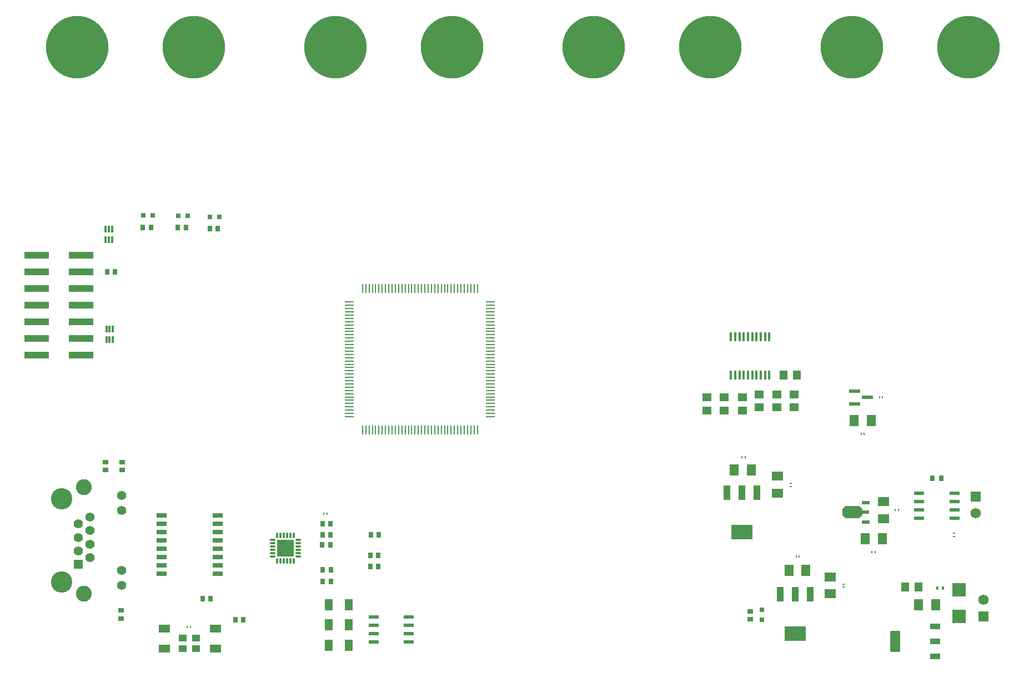
<source format=gbr>
%TF.GenerationSoftware,Altium Limited,Altium Designer,24.1.2 (44)*%
G04 Layer_Color=255*
%FSLAX45Y45*%
%MOMM*%
%TF.SameCoordinates,57B3B6A3-E825-4013-9261-08072AB09D51*%
%TF.FilePolarity,Positive*%
%TF.FileFunction,Pads,Top*%
%TF.Part,Single*%
G01*
G75*
%TA.AperFunction,SMDPad,CuDef*%
%ADD10R,0.30000X0.99000*%
%ADD11R,0.80000X0.90000*%
%ADD12R,3.30000X2.20000*%
%ADD13R,1.00000X2.20000*%
%ADD14R,0.25000X0.30000*%
G04:AMPARAMS|DCode=15|XSize=0.85mm|YSize=0.3mm|CornerRadius=0.15mm|HoleSize=0mm|Usage=FLASHONLY|Rotation=90.000|XOffset=0mm|YOffset=0mm|HoleType=Round|Shape=RoundedRectangle|*
%AMROUNDEDRECTD15*
21,1,0.85000,0.00000,0,0,90.0*
21,1,0.55000,0.30000,0,0,90.0*
1,1,0.30000,0.00000,0.27500*
1,1,0.30000,0.00000,-0.27500*
1,1,0.30000,0.00000,-0.27500*
1,1,0.30000,0.00000,0.27500*
%
%ADD15ROUNDEDRECTD15*%
G04:AMPARAMS|DCode=16|XSize=0.3mm|YSize=0.85mm|CornerRadius=0.15mm|HoleSize=0mm|Usage=FLASHONLY|Rotation=90.000|XOffset=0mm|YOffset=0mm|HoleType=Round|Shape=RoundedRectangle|*
%AMROUNDEDRECTD16*
21,1,0.30000,0.55000,0,0,90.0*
21,1,0.00000,0.85000,0,0,90.0*
1,1,0.30000,0.27500,0.00000*
1,1,0.30000,0.27500,0.00000*
1,1,0.30000,-0.27500,0.00000*
1,1,0.30000,-0.27500,0.00000*
%
%ADD16ROUNDEDRECTD16*%
%ADD17R,2.60000X2.60000*%
%ADD18R,0.90000X0.80000*%
%ADD19R,1.65000X0.76000*%
%ADD20R,1.25000X1.80000*%
%ADD21R,0.27940X1.35890*%
%ADD22R,1.35890X0.27940*%
%ADD23R,1.55000X0.60000*%
%ADD24R,0.45000X1.45000*%
%ADD25R,3.75000X1.00000*%
%ADD26R,0.30000X0.25000*%
%ADD27R,1.80000X1.40000*%
%ADD28R,1.40000X1.80000*%
%ADD29R,1.80000X0.60000*%
%ADD30R,0.80000X0.80000*%
G04:AMPARAMS|DCode=31|XSize=3.15mm|YSize=1.45mm|CornerRadius=0.05075mm|HoleSize=0mm|Usage=FLASHONLY|Rotation=270.000|XOffset=0mm|YOffset=0mm|HoleType=Round|Shape=RoundedRectangle|*
%AMROUNDEDRECTD31*
21,1,3.15000,1.34850,0,0,270.0*
21,1,3.04850,1.45000,0,0,270.0*
1,1,0.10150,-0.67425,-1.52425*
1,1,0.10150,-0.67425,1.52425*
1,1,0.10150,0.67425,1.52425*
1,1,0.10150,0.67425,-1.52425*
%
%ADD31ROUNDEDRECTD31*%
G04:AMPARAMS|DCode=32|XSize=0.9mm|YSize=1.45mm|CornerRadius=0.0495mm|HoleSize=0mm|Usage=FLASHONLY|Rotation=270.000|XOffset=0mm|YOffset=0mm|HoleType=Round|Shape=RoundedRectangle|*
%AMROUNDEDRECTD32*
21,1,0.90000,1.35100,0,0,270.0*
21,1,0.80100,1.45000,0,0,270.0*
1,1,0.09900,-0.67550,-0.40050*
1,1,0.09900,-0.67550,0.40050*
1,1,0.09900,0.67550,0.40050*
1,1,0.09900,0.67550,-0.40050*
%
%ADD32ROUNDEDRECTD32*%
%ADD33R,2.00000X2.00000*%
%ADD34R,1.20000X1.45000*%
%ADD35R,0.40000X0.50000*%
%ADD36R,1.45000X1.20000*%
%ADD37R,0.65872X0.81213*%
%ADD38R,1.55000X0.60000*%
%TA.AperFunction,ConnectorPad*%
%ADD39R,1.30000X1.10000*%
%TA.AperFunction,SMDPad,CuDef*%
%ADD40R,1.80000X1.25000*%
%ADD41R,0.80000X0.80000*%
G04:AMPARAMS|DCode=42|XSize=1.8mm|YSize=3mm|CornerRadius=0mm|HoleSize=0mm|Usage=FLASHONLY|Rotation=270.000|XOffset=0mm|YOffset=0mm|HoleType=Round|Shape=Octagon|*
%AMOCTAGOND42*
4,1,8,1.50000,0.45000,1.50000,-0.45000,1.05000,-0.90000,-1.05000,-0.90000,-1.50000,-0.45000,-1.50000,0.45000,-1.05000,0.90000,1.05000,0.90000,1.50000,0.45000,0.0*
%
%ADD42OCTAGOND42*%

%ADD43R,1.20000X0.50000*%
%ADD44R,1.10000X0.50000*%
%TA.AperFunction,ComponentPad*%
%ADD47C,1.57000*%
%ADD48R,1.57000X1.57000*%
%ADD49C,9.55000*%
%ADD50C,1.39000*%
%ADD51R,1.39000X1.39000*%
%ADD52C,2.42000*%
%ADD53C,3.25000*%
D10*
X4063200Y7725900D02*
D03*
X4013200D02*
D03*
X3963200D02*
D03*
Y7564900D02*
D03*
X4013200D02*
D03*
X4063200D02*
D03*
X4050500Y9249900D02*
D03*
X4000500D02*
D03*
X3950500D02*
D03*
Y9088900D02*
D03*
X4000500D02*
D03*
X4050500D02*
D03*
D11*
X5664200Y9258300D02*
D03*
X5544200D02*
D03*
X5174600Y9271000D02*
D03*
X5054600D02*
D03*
X4641200D02*
D03*
X4521200D02*
D03*
X4095100Y8597900D02*
D03*
X3975100D02*
D03*
X8115300Y4584700D02*
D03*
X7995300D02*
D03*
X8108300Y4267200D02*
D03*
X7988300D02*
D03*
X8108300Y4102100D02*
D03*
X7988300D02*
D03*
X7378700Y4749800D02*
D03*
X7258700D02*
D03*
Y4584700D02*
D03*
X7378700D02*
D03*
X7255200Y4432300D02*
D03*
X7375200D02*
D03*
X7264400Y4051300D02*
D03*
X7384400D02*
D03*
X7264400Y3873500D02*
D03*
X7384400D02*
D03*
X5930900Y3289300D02*
D03*
X6050900D02*
D03*
X5429900Y3606800D02*
D03*
X5549900D02*
D03*
D12*
X13652499Y4627600D02*
D03*
X14465300Y3078200D02*
D03*
D13*
X13422501Y5227600D02*
D03*
X13652499D02*
D03*
X13882500D02*
D03*
X14695300Y3678200D02*
D03*
X14465300D02*
D03*
X14235300D02*
D03*
D14*
X7327900Y4902200D02*
D03*
X7280400D02*
D03*
X16038451Y4965700D02*
D03*
X15990950D02*
D03*
X15684500Y4318000D02*
D03*
X15637000D02*
D03*
X15519400Y6121400D02*
D03*
X15471899D02*
D03*
X15797150Y6680200D02*
D03*
X15749651D02*
D03*
X13654150Y5765800D02*
D03*
X13701649D02*
D03*
X14479649Y4257200D02*
D03*
X14527150D02*
D03*
X5245100Y3175000D02*
D03*
X5197600D02*
D03*
D15*
X6567900Y4186500D02*
D03*
X6617900D02*
D03*
X6667900D02*
D03*
X6717900D02*
D03*
X6767900D02*
D03*
X6817900D02*
D03*
Y4576500D02*
D03*
X6767900D02*
D03*
X6717900D02*
D03*
X6667900D02*
D03*
X6617900D02*
D03*
X6567900D02*
D03*
D16*
X6887900Y4256500D02*
D03*
Y4306500D02*
D03*
Y4356500D02*
D03*
Y4406500D02*
D03*
Y4456500D02*
D03*
Y4506500D02*
D03*
X6497900D02*
D03*
Y4456500D02*
D03*
Y4406500D02*
D03*
Y4356500D02*
D03*
Y4306500D02*
D03*
Y4256500D02*
D03*
D17*
X6692900Y4381500D02*
D03*
D18*
X4203700Y5575300D02*
D03*
Y5695300D02*
D03*
X3949700Y5575300D02*
D03*
Y5695300D02*
D03*
X4191000Y3429000D02*
D03*
Y3309000D02*
D03*
X13779500Y3296300D02*
D03*
Y3416300D02*
D03*
D19*
X4806900Y4876800D02*
D03*
Y4749800D02*
D03*
Y4622800D02*
D03*
Y4495800D02*
D03*
Y4368800D02*
D03*
Y4241800D02*
D03*
Y4114800D02*
D03*
X5657900Y4876800D02*
D03*
Y4749800D02*
D03*
Y4622800D02*
D03*
Y4495800D02*
D03*
Y4368800D02*
D03*
Y4241800D02*
D03*
Y4114800D02*
D03*
X4806900Y3987800D02*
D03*
X5657900D02*
D03*
D20*
X7658100Y2895600D02*
D03*
X7353100D02*
D03*
X7658300Y3517900D02*
D03*
X7353300D02*
D03*
Y3213100D02*
D03*
X7658300D02*
D03*
D21*
X7869300Y8340090D02*
D03*
X7919300D02*
D03*
X7969300D02*
D03*
X8019300D02*
D03*
X8069300D02*
D03*
X8119300D02*
D03*
X8169300D02*
D03*
X8219300D02*
D03*
X8269300D02*
D03*
X8319300D02*
D03*
X8369300D02*
D03*
X8419300D02*
D03*
X8469300D02*
D03*
X8519300D02*
D03*
X8569300D02*
D03*
X8619300D02*
D03*
X8669300D02*
D03*
X8719300D02*
D03*
X8769300D02*
D03*
X8819300D02*
D03*
X8869300D02*
D03*
X8919300D02*
D03*
X8969300D02*
D03*
X9019300D02*
D03*
X9069300D02*
D03*
X9119300D02*
D03*
X9169300D02*
D03*
X9219300D02*
D03*
X9269300D02*
D03*
X9319300D02*
D03*
X9369300D02*
D03*
X9419300D02*
D03*
X9469300D02*
D03*
X9519300D02*
D03*
X9569300D02*
D03*
X9619300D02*
D03*
Y6184900D02*
D03*
X9569300D02*
D03*
X9519300D02*
D03*
X9469300D02*
D03*
X9419300D02*
D03*
X9369300D02*
D03*
X9319300D02*
D03*
X9269300D02*
D03*
X9219300D02*
D03*
X9169300D02*
D03*
X9119300D02*
D03*
X9069300D02*
D03*
X9019300D02*
D03*
X8969300D02*
D03*
X8919300D02*
D03*
X8869300D02*
D03*
X8819300D02*
D03*
X8769300D02*
D03*
X8719300D02*
D03*
X8669300D02*
D03*
X8619300D02*
D03*
X8569300D02*
D03*
X8519300D02*
D03*
X8469300D02*
D03*
X8419300D02*
D03*
X8369300D02*
D03*
X8319300D02*
D03*
X8269300D02*
D03*
X8219300D02*
D03*
X8169300D02*
D03*
X8119300D02*
D03*
X8069300D02*
D03*
X8019300D02*
D03*
X7969300D02*
D03*
X7919300D02*
D03*
X7869300D02*
D03*
D22*
X9821895Y8137495D02*
D03*
Y8087495D02*
D03*
Y8037495D02*
D03*
Y7987495D02*
D03*
Y7937495D02*
D03*
Y7887495D02*
D03*
Y7837495D02*
D03*
Y7787495D02*
D03*
Y7737495D02*
D03*
Y7687495D02*
D03*
Y7637495D02*
D03*
Y7587495D02*
D03*
Y7537495D02*
D03*
Y7487495D02*
D03*
Y7437495D02*
D03*
Y7387495D02*
D03*
Y7337495D02*
D03*
Y7287495D02*
D03*
Y7237495D02*
D03*
Y7187495D02*
D03*
Y7137495D02*
D03*
Y7087495D02*
D03*
Y7037495D02*
D03*
Y6987495D02*
D03*
Y6937495D02*
D03*
Y6887495D02*
D03*
Y6837495D02*
D03*
Y6787495D02*
D03*
Y6737495D02*
D03*
Y6687495D02*
D03*
Y6637495D02*
D03*
Y6587495D02*
D03*
Y6537495D02*
D03*
Y6487495D02*
D03*
Y6437495D02*
D03*
Y6387495D02*
D03*
X7666705D02*
D03*
Y6437495D02*
D03*
Y6487495D02*
D03*
Y6537495D02*
D03*
Y6587495D02*
D03*
Y6637495D02*
D03*
Y6687495D02*
D03*
Y6737495D02*
D03*
Y6787495D02*
D03*
Y6837495D02*
D03*
Y6887495D02*
D03*
Y6937495D02*
D03*
Y6987495D02*
D03*
Y7037495D02*
D03*
Y7087495D02*
D03*
Y7137495D02*
D03*
Y7187495D02*
D03*
Y7237495D02*
D03*
Y7287495D02*
D03*
Y7337495D02*
D03*
Y7387495D02*
D03*
Y7437495D02*
D03*
Y7487495D02*
D03*
Y7537495D02*
D03*
Y7587495D02*
D03*
Y7637495D02*
D03*
Y7687495D02*
D03*
Y7737495D02*
D03*
Y7787495D02*
D03*
Y7837495D02*
D03*
Y7887495D02*
D03*
Y7937495D02*
D03*
Y7987495D02*
D03*
Y8037495D02*
D03*
Y8087495D02*
D03*
Y8137495D02*
D03*
D23*
X8575800Y2946400D02*
D03*
Y3073400D02*
D03*
Y3200400D02*
D03*
Y3327400D02*
D03*
X8035800Y2946400D02*
D03*
Y3073400D02*
D03*
Y3200400D02*
D03*
Y3327400D02*
D03*
D24*
X14072000Y7020200D02*
D03*
X14007001D02*
D03*
X13942000D02*
D03*
X13877000D02*
D03*
X13812000D02*
D03*
X13747000D02*
D03*
X13682001D02*
D03*
X13617000D02*
D03*
X13552000D02*
D03*
X13487000D02*
D03*
Y7610200D02*
D03*
X13552000D02*
D03*
X13617000D02*
D03*
X13682001D02*
D03*
X13747000D02*
D03*
X13812000D02*
D03*
X13877000D02*
D03*
X13942000D02*
D03*
X14007001D02*
D03*
X14072000D02*
D03*
D25*
X2901000Y8851900D02*
D03*
Y8597900D02*
D03*
Y8343900D02*
D03*
X3576000Y8851900D02*
D03*
Y8597900D02*
D03*
Y8343900D02*
D03*
X2901000Y8089900D02*
D03*
X3576000D02*
D03*
Y7327900D02*
D03*
X2901000D02*
D03*
X3576000Y7581900D02*
D03*
X2901000D02*
D03*
X3576000Y7835900D02*
D03*
X2901000D02*
D03*
D26*
X16891000Y4562600D02*
D03*
Y4610100D02*
D03*
X14401801Y5372100D02*
D03*
Y5324600D02*
D03*
X15201900Y3833750D02*
D03*
Y3786250D02*
D03*
D27*
X15811501Y4832700D02*
D03*
Y5092700D02*
D03*
X14198599Y5219700D02*
D03*
Y5479700D02*
D03*
X14998700Y3683000D02*
D03*
Y3943000D02*
D03*
D28*
X15532100Y4521200D02*
D03*
X15792101D02*
D03*
X15367000Y6324600D02*
D03*
X15627000D02*
D03*
X13798199Y5575300D02*
D03*
X13538200D02*
D03*
X14630400Y4041300D02*
D03*
X14370399D02*
D03*
X16344901Y3517900D02*
D03*
X16604900D02*
D03*
D29*
X15568600Y6680200D02*
D03*
X15368600Y6585200D02*
D03*
Y6775200D02*
D03*
D30*
X13957300Y3440500D02*
D03*
Y3290500D02*
D03*
D31*
X15986600Y2959100D02*
D03*
D32*
X16601601Y3189100D02*
D03*
Y2959100D02*
D03*
Y2729100D02*
D03*
D33*
X16967200Y3743300D02*
D03*
Y3343300D02*
D03*
D34*
X16344901Y3784600D02*
D03*
X16144901D02*
D03*
X14290700Y7023100D02*
D03*
X14490700D02*
D03*
D35*
X16635100Y3771900D02*
D03*
X16715100D02*
D03*
D36*
X13119099Y6480200D02*
D03*
Y6680200D02*
D03*
X13919200Y6527800D02*
D03*
Y6727800D02*
D03*
X13665199Y6480200D02*
D03*
Y6680200D02*
D03*
X13385800Y6480200D02*
D03*
Y6680200D02*
D03*
X14185899Y6527800D02*
D03*
Y6727800D02*
D03*
X14452600Y6527800D02*
D03*
Y6727800D02*
D03*
D37*
X16691971Y5448300D02*
D03*
X16556628D02*
D03*
D38*
X16894299Y5219700D02*
D03*
Y5092700D02*
D03*
Y4965700D02*
D03*
Y4838700D02*
D03*
X16354300D02*
D03*
Y4965700D02*
D03*
Y5092700D02*
D03*
Y5219700D02*
D03*
D39*
X5124000Y3009800D02*
D03*
X5334000D02*
D03*
Y2844800D02*
D03*
X5124000D02*
D03*
D40*
X4851400Y3149800D02*
D03*
Y2844800D02*
D03*
X5626100D02*
D03*
Y3149800D02*
D03*
D41*
X5688400Y9436100D02*
D03*
X5538400D02*
D03*
X5205800Y9448800D02*
D03*
X5055800D02*
D03*
X4673600Y9461500D02*
D03*
X4523600D02*
D03*
D42*
X15337399Y4927600D02*
D03*
D43*
X15537399Y5077600D02*
D03*
Y4777600D02*
D03*
D44*
X15542400Y4927600D02*
D03*
D47*
X17335500Y3594100D02*
D03*
X17221201Y4914900D02*
D03*
D48*
X17335500Y3340100D02*
D03*
X17221201Y5168900D02*
D03*
D49*
X9232900Y12026900D02*
D03*
X17106900D02*
D03*
X15328900D02*
D03*
X13169901D02*
D03*
X11391900D02*
D03*
X7454900D02*
D03*
X5295900D02*
D03*
X3517900D02*
D03*
D50*
X4194500Y4038800D02*
D03*
Y3809800D02*
D03*
Y4952800D02*
D03*
Y5181800D02*
D03*
X3534500Y4749800D02*
D03*
Y4545800D02*
D03*
Y4341800D02*
D03*
X3712500Y4851800D02*
D03*
Y4647800D02*
D03*
Y4443800D02*
D03*
Y4239800D02*
D03*
D51*
X3534500Y4137800D02*
D03*
D52*
X3623500Y3682800D02*
D03*
Y5308800D02*
D03*
D53*
X3280500Y3860800D02*
D03*
Y5130800D02*
D03*
%TF.MD5,6427e8fb6b04750f967f1678206045fe*%
M02*

</source>
